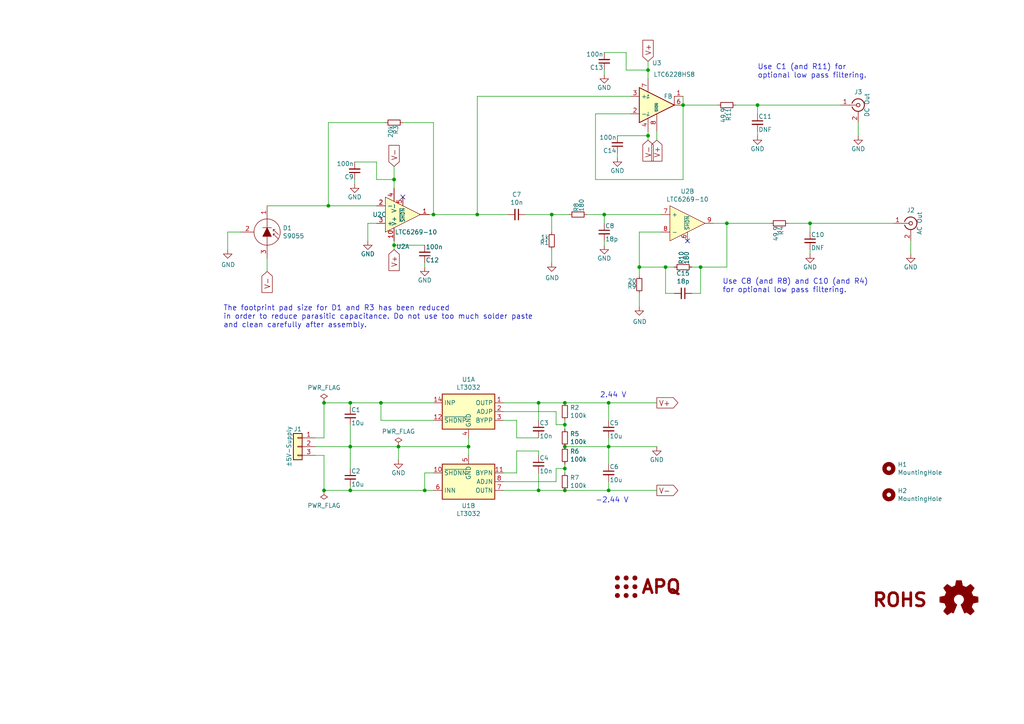
<source format=kicad_sch>
(kicad_sch (version 20230121) (generator eeschema)
  (paper "A4")
  (title_block (title "PDH photodiode") (date "2023-11-28") (rev "1.3.1") (company "Atoms-Photons-Quanta, Institut für Angewandte Physik, TU Darmstadt") (comment 1 "Tilman Preuschoff"))
  (lib_symbols
    (symbol "Amplifier_Operational:LTC6228xS8"
      (property "Reference" "U" (at 0 8.89 0))
      (property "Value" "LTC6228xS8" (at 0 6.35 0))
      (symbol "LTC6228xS8_0_1"
        (polyline (pts (xy 5.08 0) (xy 5.08 2.54)) (stroke (width 0.1524)))
        (polyline (pts (xy 5.08 0) (xy -5.08 5.08) (xy -5.08 -5.08) (xy 5.08 0)) (stroke (width 0.254)) (fill (type background)))
      )
      (symbol "LTC6228xS8_1_1"
        (pin output line (at 7.62 2.54 180) (length 2.54) (name "FB") (number "1"))
        (pin input line (at -7.62 -2.54 0) (length 2.54) (name "-") (number "2"))
        (pin input line (at -7.62 2.54 0) (length 2.54) (name "+") (number "3"))
        (pin power_in line (at -2.54 -7.62 90) (length 3.81) (name "V-") (number "4"))
        (pin passive line (at -2.54 -7.62 90) (length 3.81) hide (name "V-") (number "5"))
        (pin output line (at 7.62 0 180) (length 2.54) (name "~") (number "6"))
        (pin power_in line (at -2.54 7.62 270) (length 3.81) (name "V+") (number "7"))
        (pin input line (at 0 -7.62 90) (length 5.08) (name "~{SHDN}") (number "8"))
      )
    )
    (symbol "Amplifier_Operational:LTC6229xDD"
      (property "Reference" "U" (at 0 6.35 0))
      (property "Value" "LTC6229xDD" (at 0 3.81 0))
      (symbol "LTC6229xDD_1_1"
        (polyline (pts (xy -5.08 5.08) (xy 5.08 0) (xy -5.08 -5.08) (xy -5.08 5.08)) (fill (type background)))
        (pin output line (at 7.62 0 180) (length 2.54) (name "~") (number "1"))
        (pin input line (at -7.62 -2.54 0) (length 2.54) (name "-") (number "2"))
        (pin input line (at -7.62 2.54 0) (length 2.54) (name "+") (number "3"))
        (pin input line (at 0 -5.08 90) (length 2.54) (name "~{SHDN}") (number "5"))
      )
      (symbol "LTC6229xDD_2_1"
        (polyline (pts (xy -5.08 5.08) (xy 5.08 0) (xy -5.08 -5.08) (xy -5.08 5.08)) (fill (type background)))
        (pin input line (at 0 -5.08 90) (length 2.54) (name "~{SHDN}") (number "6"))
        (pin input line (at -7.62 2.54 0) (length 2.54) (name "+") (number "7"))
        (pin input line (at -7.62 -2.54 0) (length 2.54) (name "-") (number "8"))
        (pin output line (at 7.62 0 180) (length 2.54) (name "~") (number "9"))
      )
      (symbol "LTC6229xDD_3_1"
        (pin power_in line (at -2.54 7.62 270) (length 3.81) (name "V+") (number "10"))
        (pin passive line (at -2.54 -7.62 90) (length 3.81) hide (name "V-") (number "11"))
        (pin power_in line (at -2.54 -7.62 90) (length 3.81) (name "V-") (number "4"))
      )
    )
    (symbol "Connector:Conn_Coaxial" (pin_names (offset 1.016) hide)
      (property "Reference" "J" (at 0.254 3.048 0))
      (property "Value" "Conn_Coaxial" (at 2.921 0 90))
      (symbol "Conn_Coaxial_0_1"
        (arc (start -1.778 -0.508) (mid 0.2311 -1.8066) (end 1.778 0) (stroke (width 0.254)))
        (polyline (pts (xy -2.54 0) (xy -0.508 0)))
        (polyline (pts (xy 0 -2.54) (xy 0 -1.778)))
        (circle (center 0 0) (radius 0.508) (stroke (width 0.2032)))
        (arc (start 1.778 0) (mid 0.2099 1.8101) (end -1.778 0.508) (stroke (width 0.254)))
      )
      (symbol "Conn_Coaxial_1_1"
        (pin passive line (at -5.08 0 0) (length 2.54) (name "In") (number "1"))
        (pin passive line (at 0 -5.08 90) (length 2.54) (name "Ext") (number "2"))
      )
    )
    (symbol "Connector_Generic:Conn_01x03" (pin_names (offset 1.016) hide)
      (property "Reference" "J" (at 0 5.08 0))
      (property "Value" "Conn_01x03" (at 0 -5.08 0))
      (symbol "Conn_01x03_1_1"
        (rectangle (start -1.27 -2.413) (end 0 -2.667) (stroke (width 0.1524)))
        (rectangle (start -1.27 0.127) (end 0 -0.127) (stroke (width 0.1524)))
        (rectangle (start -1.27 2.667) (end 0 2.413) (stroke (width 0.1524)))
        (rectangle (start -1.27 3.81) (end 1.27 -3.81) (stroke (width 0.254)) (fill (type background)))
        (pin passive line (at -5.08 2.54 0) (length 3.81) (name "Pin_1") (number "1"))
        (pin passive line (at -5.08 0 0) (length 3.81) (name "Pin_2") (number "2"))
        (pin passive line (at -5.08 -2.54 0) (length 3.81) (name "Pin_3") (number "3"))
      )
    )
    (symbol "Custom_logos:Logo_APQ" (pin_names (offset 1.016))
      (symbol "Logo_APQ_0_0"
        (text "APQ" (at 17.78 0 0) (effects (font (size 3.81 3.81) bold)))
      )
      (symbol "Logo_APQ_0_1"
        (circle (center 5.08 0) (radius 0.635) (fill (type outline)))
        (circle (center 5.08 2.54) (radius 0.635) (fill (type outline)))
        (circle (center 7.62 0) (radius 0.635) (fill (type outline)))
        (circle (center 7.62 2.54) (radius 0.635) (fill (type outline)))
        (circle (center 10.16 2.54) (radius 0.635) (fill (type outline)))
      )
      (symbol "Logo_APQ_1_1"
        (circle (center 5.08 -2.54) (radius 0.635) (fill (type outline)))
        (circle (center 7.62 -2.54) (radius 0.635) (fill (type outline)))
        (circle (center 10.16 -2.54) (radius 0.635) (fill (type outline)))
        (circle (center 10.16 0) (radius 0.635) (fill (type outline)))
      )
    )
    (symbol "Custom_logos:Logo_ROHS" (pin_names (offset 1.016))
      (symbol "Logo_ROHS_0_0"
        (text "ROHS" (at 13.335 0 0) (effects (font (size 3.81 3.81) bold)))
      )
    )
    (symbol "Device:C_Small" (pin_numbers hide) (pin_names (offset 0.254) hide)
      (property "Reference" "C" (at 0.254 1.778 0))
      (property "Value" "C_Small" (at 0.254 -2.032 0))
      (symbol "C_Small_0_1"
        (polyline (pts (xy -1.524 -0.508) (xy 1.524 -0.508)) (stroke (width 0.3302)))
        (polyline (pts (xy -1.524 0.508) (xy 1.524 0.508)) (stroke (width 0.3048)))
      )
      (symbol "C_Small_1_1"
        (pin passive line (at 0 2.54 270) (length 2.032) (name "~") (number "1"))
        (pin passive line (at 0 -2.54 90) (length 2.032) (name "~") (number "2"))
      )
    )
    (symbol "Device:R_Small" (pin_numbers hide) (pin_names (offset 0.254) hide)
      (property "Reference" "R" (at 0.762 0.508 0))
      (property "Value" "R_Small" (at 0.762 -1.016 0))
      (symbol "R_Small_0_1"
        (rectangle (start -0.762 1.778) (end 0.762 -1.778) (stroke (width 0.2032)))
      )
      (symbol "R_Small_1_1"
        (pin passive line (at 0 2.54 270) (length 0.762) (name "~") (number "1"))
        (pin passive line (at 0 -2.54 90) (length 0.762) (name "~") (number "2"))
      )
    )
    (symbol "Graphic:Logo_Open_Hardware_Small" (in_bom no) (on_board no)
      (symbol "Logo_Open_Hardware_Small_0_1"
        (polyline (pts (xy 3.3528 -4.3434) (xy 3.302 -4.318) (xy 3.175 -4.2418) (xy 2.9972 -4.1148) (xy 2.7686 -3.9624) (xy 2.54 -3.81) (xy 2.3622 -3.7084) (xy 2.2352 -3.6068) (xy 2.1844 -3.5814) (xy 2.159 -3.6068) (xy 2.0574 -3.6576) (xy 1.905 -3.7338) (xy 1.8034 -3.7846) (xy 1.6764 -3.8354) (xy 1.6002 -3.8354) (xy 1.6002 -3.8354) (xy 1.5494 -3.7338) (xy 1.4732 -3.5306) (xy 1.3462 -3.302) (xy 1.2446 -3.0226) (xy 1.1176 -2.7178) (xy 0.9652 -2.413) (xy 0.8636 -2.1082) (xy 0.7366 -1.8288) (xy 0.6604 -1.6256) (xy 0.6096 -1.4732) (xy 0.5842 -1.397) (xy 0.5842 -1.397) (xy 0.6604 -1.3208) (xy 0.7874 -1.2446) (xy 1.0414 -1.016) (xy 1.2954 -0.6858) (xy 1.4478 -0.3302) (xy 1.524 0.0762) (xy 1.4732 0.4572) (xy 1.3208 0.8128) (xy 1.0668 1.143) (xy 0.762 1.3716) (xy 0.4064 1.524) (xy 0 1.5748) (xy -0.381 1.5494) (xy -0.7366 1.397) (xy -1.0668 1.143) (xy -1.2192 0.9906) (xy -1.397 0.6604) (xy -1.524 0.3048) (xy -1.524 0.2286) (xy -1.4986 -0.1778) (xy -1.397 -0.5334) (xy -1.1938 -0.8636) (xy -0.9144 -1.143) (xy -0.8636 -1.1684) (xy -0.7366 -1.27) (xy -0.635 -1.3462) (xy -0.5842 -1.397) (xy -1.0668 -2.5908) (xy -1.143 -2.794) (xy -1.2954 -3.1242) (xy -1.397 -3.4036) (xy -1.4986 -3.6322) (xy -1.5748 -3.7846) (xy -1.6002 -3.8354) (xy -1.6002 -3.8354) (xy -1.651 -3.8354) (xy -1.7272 -3.81) (xy -1.905 -3.7338) (xy -2.0066 -3.683) (xy -2.1336 -3.6068) (xy -2.2098 -3.5814) (xy -2.2606 -3.6068) (xy -2.3622 -3.683) (xy -2.54 -3.81) (xy -2.7686 -3.9624) (xy -2.9718 -4.0894) (xy -3.1496 -4.2164) (xy -3.302 -4.318) (xy -3.3528 -4.3434) (xy -3.3782 -4.3434) (xy -3.429 -4.318) (xy -3.5306 -4.2164) (xy -3.7084 -4.064) (xy -3.937 -3.8354) (xy -3.9624 -3.81) (xy -4.1656 -3.6068) (xy -4.318 -3.4544) (xy -4.4196 -3.3274) (xy -4.445 -3.2766) (xy -4.445 -3.2766) (xy -4.4196 -3.2258) (xy -4.318 -3.0734) (xy -4.2164 -2.8956) (xy -4.064 -2.667) (xy -3.6576 -2.0828) (xy -3.8862 -1.5494) (xy -3.937 -1.3716) (xy -4.0386 -1.1684) (xy -4.0894 -1.0414) (xy -4.1148 -0.9652) (xy -4.191 -0.9398) (xy -4.318 -0.9144) (xy -4.5466 -0.8636) (xy -4.8006 -0.8128) (xy -5.0546 -0.7874) (xy -5.2578 -0.7366) (xy -5.4356 -0.7112) (xy -5.5118 -0.6858) (xy -5.5118 -0.6858) (xy -5.5372 -0.635) (xy -5.5372 -0.5588) (xy -5.5372 -0.4318) (xy -5.5626 -0.2286) (xy -5.5626 0.0762) (xy -5.5626 0.127) (xy -5.5372 0.4064) (xy -5.5372 0.635) (xy -5.5372 0.762) (xy -5.5372 0.8382) (xy -5.5372 0.8382) (xy -5.461 0.8382) (xy -5.3086 0.889) (xy -5.08 0.9144) (xy -4.826 0.9652) (xy -4.8006 0.9906) (xy -4.5466 1.0414) (xy -4.318 1.0668) (xy -4.1656 1.1176) (xy -4.0894 1.143) (xy -4.0894 1.143) (xy -4.0386 1.2446) (xy -3.9624 1.4224) (xy -3.8608 1.6256) (xy -3.7846 1.8288) (xy -3.7084 2.0066) (xy -3.6576 2.159) (xy -3.6322 2.2098) (xy -3.6322 2.2098) (xy -3.683 2.286) (xy -3.7592 2.413) (xy -3.8862 2.5908) (xy -4.064 2.8194) (xy -4.064 2.8448) (xy -4.2164 3.0734) (xy -4.3434 3.2512) (xy -4.4196 3.3782) (xy -4.445 3.4544) (xy -4.445 3.4544) (xy -4.3942 3.5052) (xy -4.2926 3.6322) (xy -4.1148 3.81) (xy -3.937 4.0132) (xy -3.8608 4.064) (xy -3.6576 4.2926) (xy -3.5052 4.4196) (xy -3.4036 4.4958) (xy -3.3528 4.5212) (xy -3.3528 4.5212) (xy -3.302 4.4704) (xy -3.1496 4.3688) (xy -2.9718 4.2418) (xy -2.7432 4.0894) (xy -2.7178 4.0894) (xy -2.4892 3.937) (xy -2.3114 3.81) (xy -2.1844 3.7084) (xy -2.1336 3.683) (xy -2.1082 3.683) (xy -2.032 3.7084) (xy -1.8542 3.7592) (xy -1.6764 3.8354) (xy -1.4732 3.937) (xy -1.27 4.0132) (xy -1.143 4.064) (xy -1.0668 4.1148) (xy -1.0668 4.1148) (xy -1.0414 4.191) (xy -1.016 4.3434) (xy -0.9652 4.572) (xy -0.9144 4.8514) (xy -0.889 4.9022) (xy -0.8382 5.1562) (xy -0.8128 5.3848) (xy -0.7874 5.5372) (xy -0.762 5.588) (xy -0.7112 5.6134) (xy -0.5842 5.6134) (xy -0.4064 5.6134) (xy -0.1524 5.6134) (xy 0.0762 5.6134) (xy 0.3302 5.6134) (xy 0.5334 5.6134) (xy 0.6858 5.588) (xy 0.7366 5.588) (xy 0.7366 5.588) (xy 0.762 5.5118) (xy 0.8128 5.334) (xy 0.8382 5.1054) (xy 0.9144 4.826) (xy 0.9144 4.7752) (xy 0.9652 4.5212) (xy 1.016 4.2926) (xy 1.0414 4.1402) (xy 1.0668 4.0894) (xy 1.0668 4.0894) (xy 1.1938 4.0386) (xy 1.3716 3.9624) (xy 1.5748 3.8608) (xy 2.0828 3.6576) (xy 2.7178 4.0894) (xy 2.7686 4.1402) (xy 2.9972 4.2926) (xy 3.175 4.4196) (xy 3.302 4.4958) (xy 3.3782 4.5212) (xy 3.3782 4.5212) (xy 3.429 4.4704) (xy 3.556 4.3434) (xy 3.7338 4.191) (xy 3.9116 3.9878) (xy 4.064 3.8354) (xy 4.2418 3.6576) (xy 4.3434 3.556) (xy 4.4196 3.4798) (xy 4.4196 3.429) (xy 4.4196 3.4036) (xy 4.3942 3.3274) (xy 4.2926 3.2004) (xy 4.1656 2.9972) (xy 4.0132 2.794) (xy 3.8862 2.5908) (xy 3.7592 2.3876) (xy 3.6576 2.2352) (xy 3.6322 2.159) (xy 3.6322 2.1336) (xy 3.683 2.0066) (xy 3.7592 1.8288) (xy 3.8608 1.6002) (xy 4.064 1.1176) (xy 4.3942 1.0414) (xy 4.5974 1.016) (xy 4.8768 0.9652) (xy 5.1308 0.9144) (xy 5.5372 0.8382) (xy 5.5626 -0.6604) (xy 5.4864 -0.6858) (xy 5.4356 -0.6858) (xy 5.2832 -0.7366) (xy 5.0546 -0.762) (xy 4.8006 -0.8128) (xy 4.5974 -0.8636) (xy 4.3688 -0.9144) (xy 4.2164 -0.9398) (xy 4.1402 -0.9398) (xy 4.1148 -0.9652) (xy 4.064 -1.0668) (xy 3.9878 -1.2446) (xy 3.9116 -1.4478) (xy 3.81 -1.651) (xy 3.7338 -1.8542) (xy 3.683 -2.0066) (xy 3.6576 -2.0828) (xy 3.683 -2.1336) (xy 3.7846 -2.2606) (xy 3.8862 -2.4638) (xy 4.0386 -2.667) (xy 4.191 -2.8956) (xy 4.318 -3.0734) (xy 4.3942 -3.2004) (xy 4.445 -3.2766) (xy 4.4196 -3.3274) (xy 4.3434 -3.429) (xy 4.1656 -3.5814) (xy 3.937 -3.8354) (xy 3.8862 -3.8608) (xy 3.683 -4.064) (xy 3.5306 -4.2164) (xy 3.4036 -4.318) (xy 3.3528 -4.3434)) (fill (type outline)))
      )
    )
    (symbol "Mechanical:MountingHole" (pin_names (offset 1.016))
      (property "Reference" "H" (at 0 5.08 0))
      (property "Value" "MountingHole" (at 0 3.175 0))
      (symbol "MountingHole_0_1"
        (circle (center 0 0) (radius 1.27) (stroke (width 1.27)))
      )
    )
    (symbol "Regulator_Linear:LT3032"
      (property "Reference" "U" (at -6.35 6.35 0))
      (property "Value" "LT3032" (at 1.27 6.35 0))
      (symbol "LT3032_0_1"
        (rectangle (start -7.62 5.08) (end 7.62 -5.08) (stroke (width 0.254)) (fill (type background)))
      )
      (symbol "LT3032_1_1"
        (pin power_out line (at 10.16 2.54 180) (length 2.54) (name "OUTP") (number "1"))
        (pin input line (at -10.16 -2.54 0) (length 2.54) (name "~{SHDNP}") (number "12"))
        (pin no_connect line (at 7.62 -5.08 180) (length 2.54) hide (name "NC") (number "13"))
        (pin power_in line (at -10.16 2.54 0) (length 2.54) (name "INP") (number "14"))
        (pin input line (at 10.16 0 180) (length 2.54) (name "ADJP") (number "2"))
        (pin passive line (at 10.16 -2.54 180) (length 2.54) (name "BYPP") (number "3"))
        (pin power_in line (at 0 -7.62 90) (length 2.54) (name "GND") (number "4"))
      )
      (symbol "LT3032_2_1"
        (pin input line (at -10.16 -2.54 0) (length 2.54) (name "~{SHDNN}") (number "10"))
        (pin passive line (at 10.16 -2.54 180) (length 2.54) (name "BYPN") (number "11"))
        (pin power_in line (at 0 -7.62 90) (length 2.54) (name "GND") (number "5"))
        (pin power_in line (at -10.16 2.54 0) (length 2.54) (name "INN") (number "6"))
        (pin power_out line (at 10.16 2.54 180) (length 2.54) (name "OUTN") (number "7"))
        (pin input line (at 10.16 0 180) (length 2.54) (name "ADJN") (number "8"))
        (pin passive line (at -10.16 2.54 0) (length 2.54) hide (name "INN") (number "9"))
      )
    )
    (symbol "Sensor_Optical:S5971" (pin_names (offset 0.254) hide)
      (property "Reference" "D" (at 2.54 -5.08 0))
      (property "Value" "S5971" (at 5.08 5.08 0))
      (symbol "S5971_0_0"
        (pin passive line (at 0 -7.62 90) (length 3.81) (name "C") (number "2"))
      )
      (symbol "S5971_0_1"
        (polyline (pts (xy -1.27 0) (xy -3.81 0)))
        (polyline (pts (xy -1.27 1.27) (xy -1.27 -1.27)) (stroke (width 0.1524)))
        (polyline (pts (xy -0.762 1.778) (xy -0.254 1.778)))
        (polyline (pts (xy 3.81 0) (xy 1.27 0)))
        (polyline (pts (xy 0.762 3.302) (xy -0.762 1.778) (xy -0.762 2.286)))
        (polyline (pts (xy -1.27 0) (xy 1.27 1.27) (xy 1.27 -1.27) (xy -1.27 0)) (fill (type outline)))
        (polyline (pts (xy 2.032 3.302) (xy 0.508 1.778) (xy 0.508 2.286) (xy 0.508 1.778) (xy 1.016 1.778)))
        (circle (center 0 0) (radius 3.81))
      )
      (symbol "S5971_1_1"
        (pin passive line (at -7.62 0 0) (length 3.81) (name "K") (number "1"))
        (pin passive line (at 7.62 0 180) (length 3.81) (name "A") (number "3"))
      )
    )
    (symbol "power:GND" (power) (pin_names (offset 0))
      (property "Value" "GND" (at 0 -3.81 0))
      (symbol "GND_0_1"
        (polyline (pts (xy 0 0) (xy 0 -1.27) (xy 1.27 -1.27) (xy 0 -2.54) (xy -1.27 -1.27) (xy 0 -1.27)))
      )
      (symbol "GND_1_1"
        (pin power_in line (at 0 0 270) (length 0) hide (name "GND") (number "1"))
      )
    )
    (symbol "power:PWR_FLAG" (power) (pin_numbers hide) (pin_names (offset 0) hide)
      (property "Value" "PWR_FLAG" (at 0 3.81 0))
      (symbol "PWR_FLAG_0_0"
        (pin power_out line (at 0 0 90) (length 0) (name "pwr") (number "1"))
      )
      (symbol "PWR_FLAG_0_1"
        (polyline (pts (xy 0 0) (xy 0 1.27) (xy -1.016 1.905) (xy 0 2.54) (xy 1.016 1.905) (xy 0 1.27)))
      )
    )
  )
  (junction (at 193.04 77.47))
  (junction (at 176.53 116.84))
  (junction (at 187.96 39.37))
  (junction (at 135.89 129.54))
  (junction (at 163.83 135.89))
  (junction (at 101.6 116.84))
  (junction (at 93.98 116.84))
  (junction (at 163.83 123.19))
  (junction (at 101.6 129.54))
  (junction (at 203.2 77.47))
  (junction (at 101.6 142.24))
  (junction (at 160.02 62.23))
  (junction (at 125.73 62.23))
  (junction (at 156.21 142.24))
  (junction (at 187.96 20.32))
  (junction (at 163.83 142.24))
  (junction (at 115.57 129.54))
  (junction (at 93.98 142.24))
  (junction (at 185.42 77.47))
  (junction (at 210.82 64.77))
  (junction (at 234.95 64.77))
  (junction (at 156.21 116.84))
  (junction (at 198.12 30.48))
  (junction (at 114.3 52.07))
  (junction (at 123.19 142.24))
  (junction (at 95.25 59.69))
  (junction (at 176.53 142.24))
  (junction (at 219.71 30.48))
  (junction (at 138.43 62.23))
  (junction (at 110.49 116.84))
  (junction (at 163.83 116.84))
  (junction (at 175.26 62.23))
  (junction (at 114.3 71.12))
  (junction (at 176.53 129.54))
  (junction (at 163.83 129.54))
  (no_connect (at 116.84 57.15))
  (no_connect (at 199.39 69.85))
  (wire (pts (xy 187.96 39.37) (xy 179.07 39.37)))
  (wire (pts (xy 152.4 62.23) (xy 160.02 62.23)))
  (wire (pts (xy 187.96 17.78) (xy 187.96 20.32)))
  (wire (pts (xy 123.19 76.2) (xy 123.19 77.47)))
  (wire (pts (xy 109.22 52.07) (xy 114.3 52.07)))
  (wire (pts (xy 198.12 52.07) (xy 172.72 52.07)))
  (wire (pts (xy 185.42 88.9) (xy 185.42 85.09)))
  (wire (pts (xy 149.86 130.81) (xy 156.21 130.81)))
  (wire (pts (xy 187.96 39.37) (xy 187.96 40.64)))
  (wire (pts (xy 77.47 59.69) (xy 95.25 59.69)))
  (wire (pts (xy 190.5 38.1) (xy 190.5 40.64)))
  (wire (pts (xy 149.86 121.92) (xy 149.86 127)))
  (wire (pts (xy 114.3 48.26) (xy 114.3 52.07)))
  (wire (pts (xy 149.86 130.81) (xy 149.86 137.16)))
  (wire (pts (xy 110.49 116.84) (xy 125.73 116.84)))
  (wire (pts (xy 123.19 137.16) (xy 123.19 142.24)))
  (wire (pts (xy 146.05 119.38) (xy 161.29 119.38)))
  (wire (pts (xy 210.82 64.77) (xy 210.82 77.47)))
  (wire (pts (xy 93.98 132.08) (xy 93.98 142.24)))
  (wire (pts (xy 191.77 67.31) (xy 185.42 67.31)))
  (wire (pts (xy 248.92 35.56) (xy 248.92 39.37)))
  (wire (pts (xy 146.05 142.24) (xy 156.21 142.24)))
  (wire (pts (xy 175.26 15.24) (xy 181.61 15.24)))
  (wire (pts (xy 163.83 142.24) (xy 176.53 142.24)))
  (wire (pts (xy 93.98 142.24) (xy 101.6 142.24)))
  (wire (pts (xy 101.6 142.24) (xy 123.19 142.24)))
  (wire (pts (xy 161.29 135.89) (xy 163.83 135.89)))
  (wire (pts (xy 138.43 27.94) (xy 182.88 27.94)))
  (wire (pts (xy 115.57 129.54) (xy 135.89 129.54)))
  (wire (pts (xy 111.76 35.56) (xy 95.25 35.56)))
  (wire (pts (xy 125.73 137.16) (xy 123.19 137.16)))
  (wire (pts (xy 102.87 46.99) (xy 109.22 46.99)))
  (wire (pts (xy 93.98 116.84) (xy 93.98 127)))
  (wire (pts (xy 163.83 129.54) (xy 176.53 129.54)))
  (wire (pts (xy 264.16 69.85) (xy 264.16 73.66)))
  (wire (pts (xy 228.6 64.77) (xy 234.95 64.77)))
  (wire (pts (xy 175.26 69.85) (xy 175.26 71.12)))
  (wire (pts (xy 114.3 71.12) (xy 114.3 72.39)))
  (wire (pts (xy 156.21 116.84) (xy 156.21 121.92)))
  (wire (pts (xy 110.49 121.92) (xy 125.73 121.92)))
  (wire (pts (xy 156.21 130.81) (xy 156.21 132.08)))
  (wire (pts (xy 234.95 64.77) (xy 259.08 64.77)))
  (wire (pts (xy 176.53 127) (xy 176.53 129.54)))
  (wire (pts (xy 116.84 35.56) (xy 125.73 35.56)))
  (wire (pts (xy 77.47 78.74) (xy 77.47 74.93)))
  (wire (pts (xy 175.26 64.77) (xy 175.26 62.23)))
  (wire (pts (xy 109.22 59.69) (xy 95.25 59.69)))
  (wire (pts (xy 172.72 52.07) (xy 172.72 33.02)))
  (wire (pts (xy 91.44 129.54) (xy 101.6 129.54)))
  (wire (pts (xy 161.29 123.19) (xy 163.83 123.19)))
  (wire (pts (xy 109.22 46.99) (xy 109.22 52.07)))
  (wire (pts (xy 93.98 116.84) (xy 101.6 116.84)))
  (wire (pts (xy 138.43 62.23) (xy 147.32 62.23)))
  (wire (pts (xy 95.25 35.56) (xy 95.25 59.69)))
  (wire (pts (xy 138.43 27.94) (xy 138.43 62.23)))
  (wire (pts (xy 109.22 64.77) (xy 106.68 64.77)))
  (wire (pts (xy 93.98 127) (xy 91.44 127)))
  (wire (pts (xy 170.18 62.23) (xy 175.26 62.23)))
  (wire (pts (xy 187.96 38.1) (xy 187.96 39.37)))
  (wire (pts (xy 185.42 80.01) (xy 185.42 77.47)))
  (wire (pts (xy 156.21 127) (xy 149.86 127)))
  (wire (pts (xy 219.71 38.1) (xy 219.71 39.37)))
  (wire (pts (xy 101.6 129.54) (xy 115.57 129.54)))
  (wire (pts (xy 160.02 67.31) (xy 160.02 62.23)))
  (wire (pts (xy 114.3 69.85) (xy 114.3 71.12)))
  (wire (pts (xy 187.96 20.32) (xy 187.96 22.86)))
  (wire (pts (xy 213.36 30.48) (xy 219.71 30.48)))
  (wire (pts (xy 198.12 30.48) (xy 198.12 52.07)))
  (wire (pts (xy 160.02 62.23) (xy 165.1 62.23)))
  (wire (pts (xy 101.6 129.54) (xy 101.6 135.89)))
  (wire (pts (xy 135.89 129.54) (xy 135.89 132.08)))
  (wire (pts (xy 115.57 129.54) (xy 115.57 133.35)))
  (wire (pts (xy 219.71 33.02) (xy 219.71 30.48)))
  (wire (pts (xy 234.95 72.39) (xy 234.95 73.66)))
  (wire (pts (xy 193.04 77.47) (xy 193.04 85.09)))
  (wire (pts (xy 163.83 116.84) (xy 176.53 116.84)))
  (wire (pts (xy 176.53 129.54) (xy 190.5 129.54)))
  (wire (pts (xy 223.52 64.77) (xy 210.82 64.77)))
  (wire (pts (xy 234.95 67.31) (xy 234.95 64.77)))
  (wire (pts (xy 101.6 140.97) (xy 101.6 142.24)))
  (wire (pts (xy 163.83 137.16) (xy 163.83 135.89)))
  (wire (pts (xy 185.42 77.47) (xy 193.04 77.47)))
  (wire (pts (xy 102.87 52.07) (xy 102.87 53.34)))
  (wire (pts (xy 163.83 135.89) (xy 163.83 134.62)))
  (wire (pts (xy 175.26 20.32) (xy 175.26 21.59)))
  (wire (pts (xy 203.2 77.47) (xy 203.2 85.09)))
  (wire (pts (xy 176.53 116.84) (xy 190.5 116.84)))
  (wire (pts (xy 125.73 62.23) (xy 138.43 62.23)))
  (wire (pts (xy 156.21 137.16) (xy 156.21 142.24)))
  (wire (pts (xy 101.6 123.19) (xy 101.6 129.54)))
  (wire (pts (xy 176.53 129.54) (xy 176.53 134.62)))
  (wire (pts (xy 106.68 64.77) (xy 106.68 69.85)))
  (wire (pts (xy 101.6 118.11) (xy 101.6 116.84)))
  (wire (pts (xy 210.82 77.47) (xy 203.2 77.47)))
  (wire (pts (xy 110.49 121.92) (xy 110.49 116.84)))
  (wire (pts (xy 156.21 142.24) (xy 163.83 142.24)))
  (wire (pts (xy 161.29 139.7) (xy 161.29 135.89)))
  (wire (pts (xy 179.07 44.45) (xy 179.07 45.72)))
  (wire (pts (xy 200.66 85.09) (xy 203.2 85.09)))
  (wire (pts (xy 114.3 52.07) (xy 114.3 54.61)))
  (wire (pts (xy 198.12 30.48) (xy 208.28 30.48)))
  (wire (pts (xy 207.01 64.77) (xy 210.82 64.77)))
  (wire (pts (xy 172.72 33.02) (xy 182.88 33.02)))
  (wire (pts (xy 176.53 139.7) (xy 176.53 142.24)))
  (wire (pts (xy 93.98 132.08) (xy 91.44 132.08)))
  (wire (pts (xy 146.05 116.84) (xy 156.21 116.84)))
  (wire (pts (xy 219.71 30.48) (xy 243.84 30.48)))
  (wire (pts (xy 160.02 76.2) (xy 160.02 72.39)))
  (wire (pts (xy 124.46 62.23) (xy 125.73 62.23)))
  (wire (pts (xy 156.21 116.84) (xy 163.83 116.84)))
  (wire (pts (xy 163.83 123.19) (xy 163.83 121.92)))
  (wire (pts (xy 146.05 139.7) (xy 161.29 139.7)))
  (wire (pts (xy 161.29 119.38) (xy 161.29 123.19)))
  (wire (pts (xy 125.73 35.56) (xy 125.73 62.23)))
  (wire (pts (xy 176.53 116.84) (xy 176.53 121.92)))
  (wire (pts (xy 181.61 20.32) (xy 187.96 20.32)))
  (wire (pts (xy 66.04 67.31) (xy 69.85 67.31)))
  (wire (pts (xy 66.04 72.39) (xy 66.04 67.31)))
  (wire (pts (xy 193.04 77.47) (xy 195.58 77.47)))
  (wire (pts (xy 123.19 142.24) (xy 125.73 142.24)))
  (wire (pts (xy 176.53 142.24) (xy 190.5 142.24)))
  (wire (pts (xy 198.12 27.94) (xy 198.12 30.48)))
  (wire (pts (xy 146.05 121.92) (xy 149.86 121.92)))
  (wire (pts (xy 101.6 116.84) (xy 110.49 116.84)))
  (wire (pts (xy 135.89 129.54) (xy 135.89 127)))
  (wire (pts (xy 175.26 62.23) (xy 191.77 62.23)))
  (wire (pts (xy 114.3 71.12) (xy 123.19 71.12)))
  (wire (pts (xy 146.05 137.16) (xy 149.86 137.16)))
  (wire (pts (xy 163.83 124.46) (xy 163.83 123.19)))
  (wire (pts (xy 185.42 67.31) (xy 185.42 77.47)))
  (wire (pts (xy 195.58 85.09) (xy 193.04 85.09)))
  (wire (pts (xy 181.61 15.24) (xy 181.61 20.32)))
  (wire (pts (xy 203.2 77.47) (xy 200.66 77.47)))
  (text "2.44 V" (at 173.99 115.57 0) (effects (font (size 1.524 1.524)) (justify left bottom)))
  (text "-2.44 V" (at 172.72 146.05 0) (effects (font (size 1.524 1.524)) (justify left bottom)))
  (text "Use C1 (and R11) for \noptional low pass filtering." (at 219.71 22.86 0) (effects (font (size 1.524 1.524)) (justify left bottom)))
  (text "The footprint pad size for D1 and R3 has been reduced\nin order to reduce parasitic capacitance. Do not use too much solder paste  \nand clean carefully after assembly.\n" (at 64.77 95.25 0) (effects (font (size 1.524 1.524)) (justify left bottom)))
  (text "Use C8 (and R8) and C10 (and R4)\nfor optional low pass filtering.\n" (at 209.55 85.09 0) (effects (font (size 1.524 1.524)) (justify left bottom)))
  (global_label "V-" (shape input) (at 187.96 40.64 270) (effects (font (size 1.524 1.524))) (property "Intersheetrefs" "${INTERSHEET_REFS}" (effects hide)))
  (global_label "V-" (shape output) (at 190.5 142.24 0) (effects (font (size 1.524 1.524))) (property "Intersheetrefs" "${INTERSHEET_REFS}" (effects hide)))
  (global_label "V-" (shape input) (at 114.3 48.26 90) (effects (font (size 1.524 1.524))) (property "Intersheetrefs" "${INTERSHEET_REFS}" (effects hide)))
  (global_label "V+" (shape output) (at 190.5 116.84 0) (effects (font (size 1.524 1.524))) (property "Intersheetrefs" "${INTERSHEET_REFS}" (effects hide)))
  (global_label "V+" (shape input) (at 187.96 17.78 90) (effects (font (size 1.524 1.524))) (property "Intersheetrefs" "${INTERSHEET_REFS}" (effects hide)))
  (global_label "V+" (shape input) (at 190.5 40.64 270) (effects (font (size 1.524 1.524))) (property "Intersheetrefs" "${INTERSHEET_REFS}" (effects hide)))
  (global_label "V-" (shape input) (at 77.47 78.74 270) (effects (font (size 1.524 1.524))) (property "Intersheetrefs" "${INTERSHEET_REFS}" (effects hide)))
  (global_label "V+" (shape input) (at 114.3 72.39 270) (effects (font (size 1.524 1.524))) (property "Intersheetrefs" "${INTERSHEET_REFS}" (effects hide)))
  (symbol (lib_id "Device:C_Small") (at 101.6 120.65 0) (unit 1)
    (property "Reference" "C1" (at 101.854 118.872 0) (effects (justify left)))
    (property "Value" "10u" (at 101.854 122.682 0) (effects (justify left)))
    (property "Footprint" "Capacitor_SMD:C_1210_3225Metric" (effects hide))
    (property "MFN" "Taiyo Yuden" (effects hide))
    (property "PN" "UMR325AC7106MM-P" (effects hide))
  )
  (symbol (lib_id "Device:C_Small") (at 101.6 138.43 0) (unit 1)
    (property "Reference" "C2" (at 101.854 136.652 0) (effects (justify left)))
    (property "Value" "10u" (at 101.854 140.462 0) (effects (justify left)))
    (property "Footprint" "Capacitor_SMD:C_1210_3225Metric" (effects hide))
    (property "MFN" "Taiyo Yuden" (effects hide))
    (property "PN" "UMR325AC7106MM-P" (effects hide))
  )
  (symbol (lib_id "Device:C_Small") (at 156.21 124.46 0) (unit 1)
    (property "Reference" "C3" (at 156.464 122.682 0) (effects (justify left)))
    (property "Value" "10n" (at 156.464 126.492 0) (effects (justify left)))
    (property "Footprint" "Capacitor_SMD:C_0603_1608Metric" (effects hide))
    (property "MFN" "Murata Electronics" (effects hide))
    (property "PN" "GRM1885C1H103JA01D" (effects hide))
  )
  (symbol (lib_id "Device:C_Small") (at 156.21 134.62 0) (unit 1)
    (property "Reference" "C4" (at 156.464 132.842 0) (effects (justify left)))
    (property "Value" "10n" (at 156.464 136.652 0) (effects (justify left)))
    (property "Footprint" "Capacitor_SMD:C_0603_1608Metric" (effects hide))
    (property "MFN" "Murata Electronics" (effects hide))
    (property "PN" "GRM1885C1H103JA01D" (effects hide))
  )
  (symbol (lib_id "Connector_Generic:Conn_01x03") (at 86.36 129.54 0) (mirror y) (unit 1)
    (property "Reference" "J1" (at 86.36 124.46 0))
    (property "Value" "±5V-Supply" (at 83.82 129.54 90))
    (property "Footprint" "Connector_PinHeader_2.54mm:PinHeader_1x03_P2.54mm_Vertical" (effects hide))
    (property "Config" "DNF" (effects hide))
  )
  (symbol (lib_id "power:GND") (at 115.57 133.35 0) (unit 1)
    (property "Reference" "#PWR01" (effects hide))
    (property "Value" "GND" (at 115.57 137.16 0))
  )
  (symbol (lib_id "power:GND") (at 190.5 129.54 0) (unit 1)
    (property "Reference" "#PWR02" (effects hide))
    (property "Value" "GND" (at 190.5 133.35 0))
  )
  (symbol (lib_id "power:GND") (at 106.68 69.85 0) (unit 1)
    (property "Reference" "#PWR03" (effects hide))
    (property "Value" "GND" (at 106.68 73.66 0))
  )
  (symbol (lib_id "Connector:Conn_Coaxial") (at 264.16 64.77 0) (unit 1)
    (property "Reference" "J2" (at 264.16 60.96 0))
    (property "Value" "AC Out" (at 266.7 64.77 90))
    (property "Footprint" "Connector_Coaxial:SMA_Amphenol_132203-12_Horizontal" (effects hide))
    (property "Datasheet" " ~" (effects hide))
    (property "MFN" "Amphenol" (effects hide))
    (property "PN" "901-143-6RFX" (effects hide))
  )
  (symbol (lib_id "power:GND") (at 264.16 73.66 0) (unit 1)
    (property "Reference" "#PWR04" (effects hide))
    (property "Value" "GND" (at 264.16 77.47 0))
  )
  (symbol (lib_id "Device:R_Small") (at 114.3 35.56 270) (unit 1)
    (property "Reference" "R3" (at 114.808 36.322 0) (effects (justify left)))
    (property "Value" "20k" (at 113.284 36.322 0) (effects (justify left)))
    (property "Footprint" "footprints:R_0603_1608Metric_mod" (effects hide))
    (property "MFN" "Susumu" (effects hide))
    (property "PN" "RR0816P-203-D" (effects hide))
  )
  (symbol (lib_id "Device:C_Small") (at 102.87 49.53 180) (unit 1)
    (property "Reference" "C9" (at 102.616 51.308 0) (effects (justify left)))
    (property "Value" "100n" (at 102.616 47.498 0) (effects (justify left)))
    (property "Footprint" "Capacitor_SMD:C_0603_1608Metric" (effects hide))
    (property "MFN" "Kemet" (effects hide))
    (property "PN" "C0603C104K5RECAUTO" (effects hide))
  )
  (symbol (lib_id "power:GND") (at 102.87 53.34 0) (unit 1)
    (property "Reference" "#PWR06" (effects hide))
    (property "Value" "GND" (at 102.87 57.15 0))
  )
  (symbol (lib_id "Device:R_Small") (at 226.06 64.77 270) (unit 1)
    (property "Reference" "R4" (at 226.568 65.532 0) (effects (justify left)))
    (property "Value" "49.9" (at 225.044 65.532 0) (effects (justify left)))
    (property "Footprint" "Resistor_SMD:R_1206_3216Metric" (effects hide))
    (property "MFN" "Yageo" (effects hide))
    (property "PN" "RT1206FRE0749R9L" (effects hide))
  )
  (symbol (lib_id "Device:C_Small") (at 234.95 69.85 0) (unit 1)
    (property "Reference" "C10" (at 235.204 68.072 0) (effects (justify left)))
    (property "Value" "DNF" (at 235.204 71.882 0) (effects (justify left)))
    (property "Footprint" "Capacitor_SMD:C_0603_1608Metric" (effects hide))
    (property "Config" "DNF" (effects hide))
  )
  (symbol (lib_id "Device:C_Small") (at 123.19 73.66 0) (mirror x) (unit 1)
    (property "Reference" "C12" (at 123.444 75.438 0) (effects (justify left)))
    (property "Value" "100n" (at 123.444 71.628 0) (effects (justify left)))
    (property "Footprint" "Capacitor_SMD:C_0603_1608Metric" (effects hide))
    (property "MFN" "Kemet" (effects hide))
    (property "PN" "C0603C104K5RECAUTO" (effects hide))
  )
  (symbol (lib_id "power:GND") (at 123.19 77.47 0) (unit 1)
    (property "Reference" "#PWR08" (effects hide))
    (property "Value" "GND" (at 123.19 81.28 0))
  )
  (symbol (lib_id "Device:C_Small") (at 176.53 124.46 0) (unit 1)
    (property "Reference" "C5" (at 176.784 122.682 0) (effects (justify left)))
    (property "Value" "10u" (at 176.784 126.492 0) (effects (justify left)))
    (property "Footprint" "Capacitor_SMD:C_1210_3225Metric" (effects hide))
    (property "MFN" "Taiyo Yuden" (effects hide))
    (property "PN" "UMR325AC7106MM-P" (effects hide))
  )
  (symbol (lib_id "Device:C_Small") (at 176.53 137.16 0) (unit 1)
    (property "Reference" "C6" (at 176.784 135.382 0) (effects (justify left)))
    (property "Value" "10u" (at 176.784 139.192 0) (effects (justify left)))
    (property "Footprint" "Capacitor_SMD:C_1210_3225Metric" (effects hide))
    (property "MFN" "Taiyo Yuden" (effects hide))
    (property "PN" "UMR325AC7106MM-P" (effects hide))
  )
  (symbol (lib_id "power:PWR_FLAG") (at 93.98 116.84 0) (unit 1)
    (property "Reference" "#FLG0101" (effects hide))
    (property "Value" "PWR_FLAG" (at 93.98 112.4458 0))
  )
  (symbol (lib_id "power:PWR_FLAG") (at 93.98 142.24 180) (unit 1)
    (property "Reference" "#FLG0102" (effects hide))
    (property "Value" "PWR_FLAG" (at 93.98 146.6342 0))
  )
  (symbol (lib_id "power:PWR_FLAG") (at 115.57 129.54 0) (unit 1)
    (property "Reference" "#FLG0103" (effects hide))
    (property "Value" "PWR_FLAG" (at 115.57 125.1458 0))
  )
  (symbol (lib_id "Custom_logos:Logo_APQ") (at 173.99 170.18 0) (unit 1)
    (property "Reference" "LOGO1" (effects hide))
    (property "Value" "Logo_APQ" (effects hide))
    (property "Footprint" "footprints:APQ-Logo" (effects hide))
    (property "Config" "DNF" (effects hide))
  )
  (symbol (lib_id "Graphic:Logo_Open_Hardware_Small") (at 278.13 173.99 0) (unit 1)
    (property "Reference" "LOGO3" (effects hide))
    (property "Value" "Logo_Open_Hardware_Small" (effects hide))
    (property "Footprint" "Symbol:OSHW-Logo_5.7x6mm_SilkScreen" (effects hide))
    (property "Config" "DNF" (effects hide))
    (property "Sim.Enable" "0" (effects hide))
  )
  (symbol (lib_id "Custom_logos:Logo_ROHS") (at 247.65 173.99 0) (unit 1)
    (property "Reference" "LOGO2" (effects hide))
    (property "Value" "Logo_ROHS" (effects hide))
    (property "Footprint" "Symbol:RoHS-Logo_6mm_SilkScreen" (effects hide))
    (property "Config" "DNF" (effects hide))
  )
  (symbol (lib_id "Mechanical:MountingHole") (at 257.81 135.89 0) (unit 1)
    (property "Reference" "H1" (at 260.35 134.7216 0) (effects (justify left)))
    (property "Value" "MountingHole" (at 260.35 137.033 0) (effects (justify left)))
    (property "Footprint" "MountingHole:MountingHole_4.3mm_M4_DIN965" (effects hide))
    (property "Config" "DNF" (effects hide))
  )
  (symbol (lib_id "Mechanical:MountingHole") (at 257.81 143.51 0) (unit 1)
    (property "Reference" "H2" (at 260.35 142.3416 0) (effects (justify left)))
    (property "Value" "MountingHole" (at 260.35 144.653 0) (effects (justify left)))
    (property "Footprint" "MountingHole:MountingHole_4.3mm_M4_DIN965" (effects hide))
    (property "Config" "DNF" (effects hide))
  )
  (symbol (lib_id "Regulator_Linear:LT3032") (at 135.89 119.38 0) (unit 1)
    (property "Reference" "U1" (at 135.89 110.0582 0))
    (property "Value" "LT3032" (at 135.89 112.3696 0))
    (property "Footprint" "Package_DFN_QFN:Linear_DE14MA" (effects hide))
    (property "Datasheet" "https://www.analog.com/media/en/technical-documentation/data-sheets/3032ff.pdf" (effects hide))
    (property "MFN" "Analog Devices" (effects hide))
    (property "PN" "LT3032EDE#PBF" (effects hide))
  )
  (symbol (lib_id "Regulator_Linear:LT3032") (at 135.89 139.7 0) (mirror x) (unit 2)
    (property "Reference" "U1" (at 135.89 146.685 0))
    (property "Value" "LT3032" (at 135.89 148.9964 0))
    (property "Footprint" "Package_DFN_QFN:Linear_DE14MA" (effects hide))
    (property "Datasheet" "https://www.analog.com/media/en/technical-documentation/data-sheets/3032ff.pdf" (effects hide))
    (property "MFN" "Analog Devices" (effects hide))
    (property "PN" "LT3032EDE#PBF" (effects hide))
  )
  (symbol (lib_id "Device:R_Small") (at 163.83 119.38 0) (unit 1)
    (property "Reference" "R2" (at 165.3286 118.2116 0) (effects (justify left)))
    (property "Value" "100k" (at 165.3286 120.523 0) (effects (justify left)))
    (property "Footprint" "Resistor_SMD:R_0603_1608Metric" (effects hide))
    (property "MFN" "Susumu" (effects hide))
    (property "PN" "RR0816P-104-D" (effects hide))
  )
  (symbol (lib_id "Device:R_Small") (at 163.83 127 0) (unit 1)
    (property "Reference" "R5" (at 165.3286 125.8316 0) (effects (justify left)))
    (property "Value" "100k" (at 165.3286 128.143 0) (effects (justify left)))
    (property "Footprint" "Resistor_SMD:R_0603_1608Metric" (effects hide))
    (property "MFN" "Susumu" (effects hide))
    (property "PN" "RR0816P-104-D" (effects hide))
  )
  (symbol (lib_id "Device:R_Small") (at 163.83 139.7 0) (unit 1)
    (property "Reference" "R7" (at 165.3286 138.5316 0) (effects (justify left)))
    (property "Value" "100k" (at 165.3286 140.843 0) (effects (justify left)))
    (property "Footprint" "Resistor_SMD:R_0603_1608Metric" (effects hide))
    (property "MFN" "Susumu" (effects hide))
    (property "PN" "RR0816P-104-D" (effects hide))
  )
  (symbol (lib_id "Device:R_Small") (at 163.83 132.08 0) (unit 1)
    (property "Reference" "R6" (at 165.3286 130.9116 0) (effects (justify left)))
    (property "Value" "100k" (at 165.3286 133.223 0) (effects (justify left)))
    (property "Footprint" "Resistor_SMD:R_0603_1608Metric" (effects hide))
    (property "MFN" "Susumu" (effects hide))
    (property "PN" "RR0816P-104-D" (effects hide))
  )
  (symbol (lib_id "Sensor_Optical:S5971") (at 77.47 67.31 270) (unit 1)
    (property "Reference" "D1" (at 81.9912 66.1416 90) (effects (justify left)))
    (property "Value" "S9055" (at 81.9912 68.453 90) (effects (justify left)))
    (property "Footprint" "Package_TO_SOT_THT:TO-18-3" (effects hide))
    (property "Datasheet" "https://www.hamamatsu.com/resources/pdf/ssd/s5971_etc_kpin1025e.pdf" (effects hide))
    (property "MFN" "Hamamatsu" (effects hide))
    (property "PN" "S9055-01" (effects hide))
    (property "Config" "DNF" (effects hide))
  )
  (symbol (lib_id "power:GND") (at 66.04 72.39 0) (unit 1)
    (property "Reference" "#PWR0101" (effects hide))
    (property "Value" "GND" (at 66.167 76.7842 0))
  )
  (symbol (lib_id "power:GND") (at 234.95 73.66 0) (unit 1)
    (property "Reference" "#PWR0102" (effects hide))
    (property "Value" "GND" (at 234.95 77.47 0))
  )
  (symbol (lib_id "Amplifier_Operational:LTC6229xDD") (at 116.84 62.23 0) (mirror x) (unit 1)
    (property "Reference" "U2" (at 116.84 71.501 0))
    (property "Value" "LTC6269-10" (at 120.65 67.31 0))
    (property "Footprint" "Package_DFN_QFN:DFN-10-1EP_3x3mm_P0.5mm_EP1.65x2.38mm" (effects hide))
    (property "Datasheet" "https://www.analog.com/media/en/technical-documentation/data-sheets/LTC6228-6229.pdf" (effects hide))
    (property "MFN" "Analog Devices" (effects hide))
    (property "PN" "LTC6269HDD-10#PBF" (effects hide))
  )
  (symbol (lib_id "Amplifier_Operational:LTC6229xDD") (at 116.84 62.23 0) (mirror x) (unit 3)
    (property "Reference" "U2" (at 112.0648 62.23 0) (effects (justify right)))
    (property "Value" "LTC6269-10" (effects hide))
    (property "Footprint" "Package_DFN_QFN:DFN-10-1EP_3x3mm_P0.5mm_EP1.65x2.38mm" (effects hide))
    (property "Datasheet" "https://www.analog.com/media/en/technical-documentation/data-sheets/LTC6228-6229.pdf" (effects hide))
    (property "MFN" "Analog Devices" (effects hide))
    (property "PN" "LTC6269HDD-10#PBF" (effects hide))
  )
  (symbol (lib_id "Amplifier_Operational:LTC6229xDD") (at 199.39 64.77 0) (unit 2)
    (property "Reference" "U2" (at 199.39 55.499 0))
    (property "Value" "LTC6269-10" (at 199.39 57.8104 0))
    (property "Footprint" "Package_DFN_QFN:DFN-10-1EP_3x3mm_P0.5mm_EP1.65x2.38mm" (effects hide))
    (property "Datasheet" "https://www.analog.com/media/en/technical-documentation/data-sheets/LTC6228-6229.pdf" (effects hide))
    (property "MFN" "Analog Devices" (effects hide))
    (property "PN" "LTC6269HDD-10#PBF" (effects hide))
  )
  (symbol (lib_id "Device:C_Small") (at 149.86 62.23 270) (unit 1)
    (property "Reference" "C7" (at 149.86 56.4134 90))
    (property "Value" "10n" (at 149.86 58.7248 90))
    (property "Footprint" "Capacitor_SMD:C_0603_1608Metric" (effects hide))
    (property "MFN" "Murata Electronics" (effects hide))
    (property "PN" "GRM1885C1H103JA01D" (effects hide))
  )
  (symbol (lib_id "Device:R_Small") (at 160.02 69.85 180) (unit 1)
    (property "Reference" "R1" (at 159.258 70.358 0) (effects (justify left)))
    (property "Value" "1k" (at 159.258 68.834 0) (effects (justify left)))
    (property "Footprint" "Resistor_SMD:R_0603_1608Metric" (effects hide))
    (property "MFN" "Yageo" (effects hide))
    (property "PN" "RT0603DRE071KL" (effects hide))
  )
  (symbol (lib_id "Device:R_Small") (at 185.42 82.55 180) (unit 1)
    (property "Reference" "R9" (at 184.658 83.058 0) (effects (justify left)))
    (property "Value" "20" (at 184.658 81.534 0) (effects (justify left)))
    (property "Footprint" "Resistor_SMD:R_0603_1608Metric" (effects hide))
    (property "MFN" "Susumu" (effects hide))
    (property "PN" "RR0816Q-200-D" (effects hide))
  )
  (symbol (lib_id "Device:R_Small") (at 198.12 77.47 90) (unit 1)
    (property "Reference" "R10" (at 197.612 76.708 0) (effects (justify left)))
    (property "Value" "180" (at 199.136 76.708 0) (effects (justify left)))
    (property "Footprint" "Resistor_SMD:R_0603_1608Metric" (effects hide))
    (property "MFN" "Susumu" (effects hide))
    (property "PN" "RR0816P-181-D" (effects hide))
  )
  (symbol (lib_id "power:GND") (at 185.42 88.9 0) (unit 1)
    (property "Reference" "#PWR0103" (effects hide))
    (property "Value" "GND" (at 185.547 93.2942 0))
  )
  (symbol (lib_id "power:GND") (at 160.02 76.2 0) (unit 1)
    (property "Reference" "#PWR0104" (effects hide))
    (property "Value" "GND" (at 160.147 80.5942 0))
  )
  (symbol (lib_id "Connector:Conn_Coaxial") (at 248.92 30.48 0) (unit 1)
    (property "Reference" "J3" (at 248.92 26.67 0))
    (property "Value" "DC Out" (at 251.46 30.48 90))
    (property "Footprint" "Connector_Coaxial:SMA_Amphenol_901-144_Vertical" (effects hide))
    (property "Datasheet" " ~" (effects hide))
    (property "MFN" "Amphenol" (effects hide))
    (property "PN" "901-144-8RFX" (effects hide))
  )
  (symbol (lib_id "power:GND") (at 248.92 39.37 0) (unit 1)
    (property "Reference" "#PWR0105" (effects hide))
    (property "Value" "GND" (at 248.92 43.18 0))
  )
  (symbol (lib_id "Device:R_Small") (at 210.82 30.48 270) (unit 1)
    (property "Reference" "R11" (at 211.328 31.242 0) (effects (justify left)))
    (property "Value" "49.9" (at 209.804 31.242 0) (effects (justify left)))
    (property "Footprint" "Resistor_SMD:R_1206_3216Metric" (effects hide))
    (property "MFN" "Yageo" (effects hide))
    (property "PN" "RT1206FRE0749R9L" (effects hide))
  )
  (symbol (lib_id "Device:C_Small") (at 219.71 35.56 0) (unit 1)
    (property "Reference" "C11" (at 219.964 33.782 0) (effects (justify left)))
    (property "Value" "DNF" (at 219.964 37.592 0) (effects (justify left)))
    (property "Footprint" "Capacitor_SMD:C_0603_1608Metric" (effects hide))
    (property "Config" "DNF" (effects hide))
  )
  (symbol (lib_id "power:GND") (at 219.71 39.37 0) (unit 1)
    (property "Reference" "#PWR0106" (effects hide))
    (property "Value" "GND" (at 219.71 43.18 0))
  )
  (symbol (lib_id "Device:C_Small") (at 175.26 67.31 0) (unit 1)
    (property "Reference" "C8" (at 175.514 65.532 0) (effects (justify left)))
    (property "Value" "18p" (at 175.514 69.342 0) (effects (justify left)))
    (property "Footprint" "Capacitor_SMD:C_0603_1608Metric" (effects hide))
    (property "MFN" "Kemet" (effects hide))
    (property "PN" "C0603C180J5GACAUTO" (effects hide))
  )
  (symbol (lib_id "power:GND") (at 175.26 71.12 0) (unit 1)
    (property "Reference" "#PWR0107" (effects hide))
    (property "Value" "GND" (at 175.26 74.93 0))
  )
  (symbol (lib_id "Device:R_Small") (at 167.64 62.23 90) (unit 1)
    (property "Reference" "R8" (at 167.132 61.468 0) (effects (justify left)))
    (property "Value" "180" (at 168.656 61.468 0) (effects (justify left)))
    (property "Footprint" "Resistor_SMD:R_0603_1608Metric" (effects hide))
    (property "MFN" "Susumu" (effects hide))
    (property "PN" "RR0816P-181-D" (effects hide))
  )
  (symbol (lib_id "Amplifier_Operational:LTC6228xS8") (at 190.5 30.48 0) (unit 1)
    (property "Reference" "U3" (at 190.5 18.2626 0))
    (property "Value" "LTC6228HS8" (at 195.58 21.59 0))
    (property "Footprint" "Package_SO:SO-8_3.9x4.9mm_P1.27mm" (effects hide))
    (property "Datasheet" "https://www.analog.com/media/en/technical-documentation/data-sheets/LTC6228-6229.pdf" (effects hide))
    (property "MFN" "Analog Devices" (effects hide))
    (property "PN" "LTC6228HS8#PBF" (effects hide))
  )
  (symbol (lib_id "Device:C_Small") (at 179.07 41.91 180) (unit 1)
    (property "Reference" "C14" (at 178.816 43.688 0) (effects (justify left)))
    (property "Value" "100n" (at 178.816 39.878 0) (effects (justify left)))
    (property "Footprint" "Capacitor_SMD:C_0603_1608Metric" (effects hide))
    (property "MFN" "Kemet" (effects hide))
    (property "PN" "C0603C104K5RECAUTO" (effects hide))
  )
  (symbol (lib_id "power:GND") (at 179.07 45.72 0) (mirror y) (unit 1)
    (property "Reference" "#PWR0108" (effects hide))
    (property "Value" "GND" (at 179.07 49.53 0))
  )
  (symbol (lib_id "Device:C_Small") (at 175.26 17.78 180) (unit 1)
    (property "Reference" "C13" (at 175.006 19.558 0) (effects (justify left)))
    (property "Value" "100n" (at 175.006 15.748 0) (effects (justify left)))
    (property "Footprint" "Capacitor_SMD:C_0603_1608Metric" (effects hide))
    (property "MFN" "Kemet" (effects hide))
    (property "PN" "C0603C104K5RECAUTO" (effects hide))
  )
  (symbol (lib_id "power:GND") (at 175.26 21.59 0) (unit 1)
    (property "Reference" "#PWR0109" (effects hide))
    (property "Value" "GND" (at 175.26 25.4 0))
  )
  (symbol (lib_id "Device:C_Small") (at 198.12 85.09 270) (unit 1)
    (property "Reference" "C15" (at 198.12 79.2734 90))
    (property "Value" "18p" (at 198.12 81.5848 90))
    (property "Footprint" "Capacitor_SMD:C_0603_1608Metric" (effects hide))
    (property "MFN" "Kemet" (effects hide))
    (property "PN" "C0603C180J5GACAUTO" (effects hide))
  )
)
</source>
